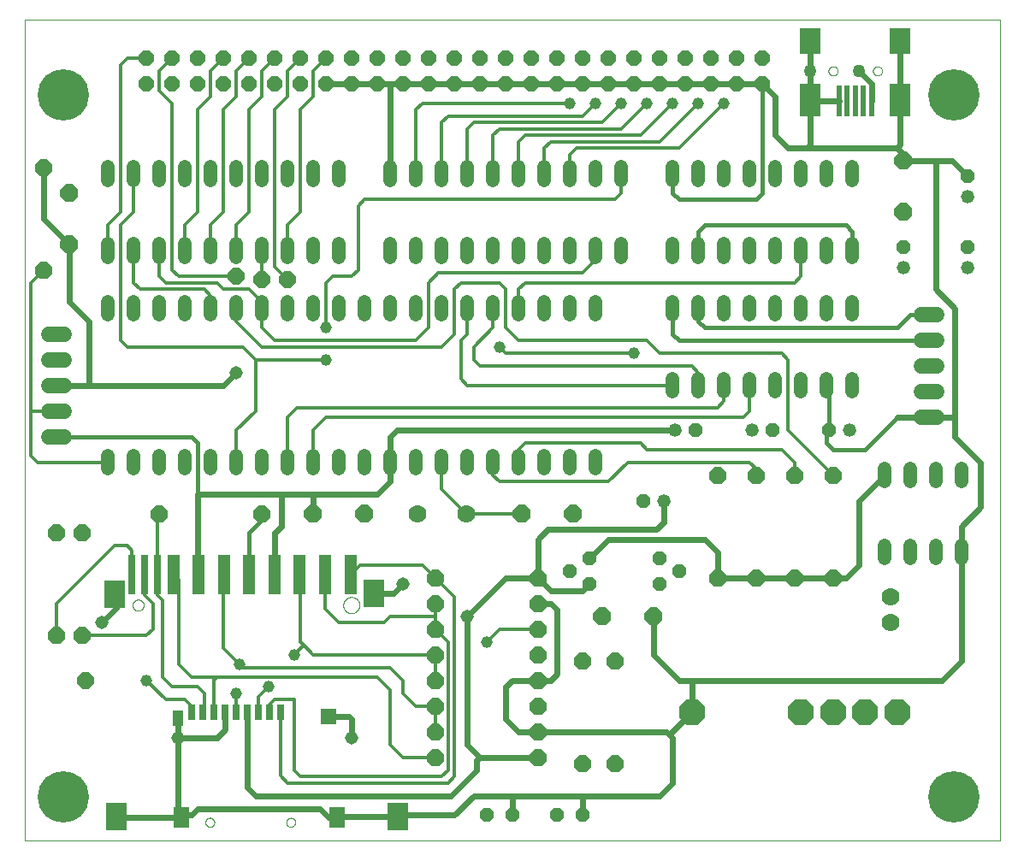
<source format=gtl>
G04 EAGLE Gerber RS-274X export*
G75*
%MOMM*%
%FSLAX34Y34*%
%LPD*%
%INTop Copper*%
%IPPOS*%
%AMOC8*
5,1,8,0,0,1.08239X$1,22.5*%
G01*
%ADD10C,0.000000*%
%ADD11P,1.649562X8X202.500000*%
%ADD12C,1.320800*%
%ADD13C,1.778000*%
%ADD14P,2.749271X8X292.500000*%
%ADD15P,1.814519X8X292.500000*%
%ADD16R,2.000000X2.800000*%
%ADD17R,0.700000X4.000000*%
%ADD18R,1.200000X4.000000*%
%ADD19P,1.814519X8X112.500000*%
%ADD20P,1.814519X8X202.500000*%
%ADD21P,1.814519X8X22.500000*%
%ADD22P,1.429621X8X292.500000*%
%ADD23P,1.429621X8X112.500000*%
%ADD24C,1.320800*%
%ADD25P,1.429621X8X22.500000*%
%ADD26P,1.429621X8X202.500000*%
%ADD27C,1.524000*%
%ADD28P,1.924489X8X112.500000*%
%ADD29P,1.924489X8X22.500000*%
%ADD30P,1.924489X8X202.500000*%
%ADD31P,1.787026X8X22.500000*%
%ADD32R,2.000000X2.500000*%
%ADD33R,2.000000X3.300000*%
%ADD34R,0.500000X3.100000*%
%ADD35R,0.762000X1.524000*%
%ADD36R,1.016000X1.524000*%
%ADD37R,1.524000X2.032000*%
%ADD38R,1.524000X1.524000*%
%ADD39C,0.609600*%
%ADD40C,0.406400*%
%ADD41C,1.308000*%
%ADD42C,1.270000*%
%ADD43C,0.304800*%
%ADD44C,1.168400*%
%ADD45C,5.080000*%


D10*
X0Y0D02*
X965200Y0D01*
X965200Y812480D01*
X0Y812480D01*
X0Y0D01*
D11*
X730250Y774700D03*
X730250Y749300D03*
X704850Y774700D03*
X704850Y749300D03*
X679450Y774700D03*
X679450Y749300D03*
X654050Y774700D03*
X654050Y749300D03*
X628650Y774700D03*
X628650Y749300D03*
X603250Y774700D03*
X603250Y749300D03*
X577850Y774700D03*
X577850Y749300D03*
X552450Y774700D03*
X552450Y749300D03*
X527050Y774700D03*
X527050Y749300D03*
X501650Y774700D03*
X501650Y749300D03*
X476250Y774700D03*
X476250Y749300D03*
X450850Y774700D03*
X450850Y749300D03*
X425450Y774700D03*
X425450Y749300D03*
X400050Y774700D03*
X400050Y749300D03*
X374650Y774700D03*
X374650Y749300D03*
X349250Y774700D03*
X349250Y749300D03*
X323850Y774700D03*
X323850Y749300D03*
X298450Y774700D03*
X298450Y749300D03*
X273050Y774700D03*
X273050Y749300D03*
X247650Y774700D03*
X247650Y749300D03*
X222250Y749300D03*
X222250Y774700D03*
X196850Y774700D03*
X171450Y774700D03*
X146050Y774700D03*
X146050Y749300D03*
X171450Y749300D03*
X196850Y749300D03*
X120650Y749300D03*
X120650Y774700D03*
D12*
X311150Y667004D02*
X311150Y653796D01*
X285750Y653796D02*
X285750Y667004D01*
X260350Y667004D02*
X260350Y653796D01*
X234950Y653796D02*
X234950Y667004D01*
X209550Y667004D02*
X209550Y653796D01*
X184150Y653796D02*
X184150Y667004D01*
X158750Y667004D02*
X158750Y653796D01*
X133350Y653796D02*
X133350Y667004D01*
X107950Y667004D02*
X107950Y653796D01*
X82550Y653796D02*
X82550Y667004D01*
X82550Y590804D02*
X82550Y577596D01*
X107950Y577596D02*
X107950Y590804D01*
X133350Y590804D02*
X133350Y577596D01*
X158750Y577596D02*
X158750Y590804D01*
X184150Y590804D02*
X184150Y577596D01*
X209550Y577596D02*
X209550Y590804D01*
X234950Y590804D02*
X234950Y577596D01*
X260350Y577596D02*
X260350Y590804D01*
X285750Y590804D02*
X285750Y577596D01*
X311150Y577596D02*
X311150Y590804D01*
X590550Y653796D02*
X590550Y667004D01*
X565150Y667004D02*
X565150Y653796D01*
X438150Y653796D02*
X438150Y667004D01*
X412750Y667004D02*
X412750Y653796D01*
X539750Y653796D02*
X539750Y667004D01*
X514350Y667004D02*
X514350Y653796D01*
X463550Y653796D02*
X463550Y667004D01*
X488950Y667004D02*
X488950Y653796D01*
X387350Y653796D02*
X387350Y667004D01*
X361950Y667004D02*
X361950Y653796D01*
X361950Y590804D02*
X361950Y577596D01*
X387350Y577596D02*
X387350Y590804D01*
X412750Y590804D02*
X412750Y577596D01*
X438150Y577596D02*
X438150Y590804D01*
X463550Y590804D02*
X463550Y577596D01*
X488950Y577596D02*
X488950Y590804D01*
X514350Y590804D02*
X514350Y577596D01*
X539750Y577596D02*
X539750Y590804D01*
X565150Y590804D02*
X565150Y577596D01*
X590550Y577596D02*
X590550Y590804D01*
X819150Y653796D02*
X819150Y667004D01*
X793750Y667004D02*
X793750Y653796D01*
X666750Y653796D02*
X666750Y667004D01*
X641350Y667004D02*
X641350Y653796D01*
X768350Y653796D02*
X768350Y667004D01*
X742950Y667004D02*
X742950Y653796D01*
X692150Y653796D02*
X692150Y667004D01*
X717550Y667004D02*
X717550Y653796D01*
X641350Y590804D02*
X641350Y577596D01*
X666750Y577596D02*
X666750Y590804D01*
X692150Y590804D02*
X692150Y577596D01*
X717550Y577596D02*
X717550Y590804D01*
X742950Y590804D02*
X742950Y577596D01*
X768350Y577596D02*
X768350Y590804D01*
X793750Y590804D02*
X793750Y577596D01*
X819150Y577596D02*
X819150Y590804D01*
X850900Y292354D02*
X850900Y279146D01*
X876300Y279146D02*
X876300Y292354D01*
X876300Y355346D02*
X876300Y368554D01*
X850900Y368554D02*
X850900Y355346D01*
X901700Y292354D02*
X901700Y279146D01*
X927100Y279146D02*
X927100Y292354D01*
X901700Y355346D02*
X901700Y368554D01*
X927100Y368554D02*
X927100Y355346D01*
D13*
X857250Y215900D03*
X857250Y241300D03*
D14*
X863600Y127000D03*
X660400Y127000D03*
X831850Y127000D03*
X800100Y127000D03*
X768350Y127000D03*
D15*
X762000Y361950D03*
X762000Y260350D03*
X723900Y361950D03*
X723900Y260350D03*
X800100Y361950D03*
X800100Y260350D03*
D16*
X90600Y23300D03*
X369600Y23300D03*
X89600Y244000D03*
D17*
X106600Y263000D03*
X131600Y263000D03*
D18*
X147600Y263000D03*
X172600Y263000D03*
X197600Y263000D03*
X272600Y263000D03*
X222600Y263000D03*
X297600Y263000D03*
X247600Y263000D03*
X322600Y263000D03*
D17*
X118600Y263000D03*
D16*
X345600Y245000D03*
D10*
X107100Y233000D02*
X107102Y233148D01*
X107108Y233296D01*
X107118Y233444D01*
X107132Y233592D01*
X107150Y233739D01*
X107172Y233886D01*
X107198Y234032D01*
X107227Y234177D01*
X107261Y234322D01*
X107299Y234465D01*
X107340Y234608D01*
X107385Y234749D01*
X107435Y234889D01*
X107487Y235027D01*
X107544Y235165D01*
X107604Y235300D01*
X107668Y235434D01*
X107735Y235566D01*
X107806Y235696D01*
X107881Y235825D01*
X107959Y235951D01*
X108040Y236075D01*
X108124Y236197D01*
X108212Y236316D01*
X108303Y236433D01*
X108397Y236548D01*
X108495Y236660D01*
X108595Y236769D01*
X108698Y236876D01*
X108804Y236980D01*
X108912Y237081D01*
X109024Y237179D01*
X109138Y237274D01*
X109254Y237365D01*
X109373Y237454D01*
X109494Y237539D01*
X109618Y237621D01*
X109744Y237700D01*
X109871Y237775D01*
X110001Y237847D01*
X110133Y237916D01*
X110266Y237980D01*
X110401Y238041D01*
X110538Y238099D01*
X110676Y238153D01*
X110816Y238203D01*
X110957Y238249D01*
X111099Y238291D01*
X111242Y238330D01*
X111386Y238364D01*
X111532Y238395D01*
X111677Y238422D01*
X111824Y238445D01*
X111971Y238464D01*
X112119Y238479D01*
X112266Y238490D01*
X112415Y238497D01*
X112563Y238500D01*
X112711Y238499D01*
X112859Y238494D01*
X113007Y238485D01*
X113155Y238472D01*
X113303Y238455D01*
X113449Y238434D01*
X113596Y238409D01*
X113741Y238380D01*
X113886Y238348D01*
X114029Y238311D01*
X114172Y238271D01*
X114314Y238226D01*
X114454Y238178D01*
X114593Y238126D01*
X114730Y238071D01*
X114866Y238011D01*
X115001Y237948D01*
X115133Y237882D01*
X115264Y237812D01*
X115393Y237738D01*
X115519Y237661D01*
X115644Y237581D01*
X115766Y237497D01*
X115887Y237410D01*
X116004Y237320D01*
X116120Y237226D01*
X116232Y237130D01*
X116342Y237031D01*
X116450Y236928D01*
X116554Y236823D01*
X116656Y236715D01*
X116754Y236604D01*
X116850Y236491D01*
X116943Y236375D01*
X117032Y236257D01*
X117118Y236136D01*
X117201Y236013D01*
X117281Y235888D01*
X117357Y235761D01*
X117430Y235631D01*
X117499Y235500D01*
X117564Y235367D01*
X117627Y235233D01*
X117685Y235096D01*
X117740Y234958D01*
X117790Y234819D01*
X117838Y234678D01*
X117881Y234537D01*
X117921Y234394D01*
X117956Y234250D01*
X117988Y234105D01*
X118016Y233959D01*
X118040Y233813D01*
X118060Y233666D01*
X118076Y233518D01*
X118088Y233371D01*
X118096Y233222D01*
X118100Y233074D01*
X118100Y232926D01*
X118096Y232778D01*
X118088Y232629D01*
X118076Y232482D01*
X118060Y232334D01*
X118040Y232187D01*
X118016Y232041D01*
X117988Y231895D01*
X117956Y231750D01*
X117921Y231606D01*
X117881Y231463D01*
X117838Y231322D01*
X117790Y231181D01*
X117740Y231042D01*
X117685Y230904D01*
X117627Y230767D01*
X117564Y230633D01*
X117499Y230500D01*
X117430Y230369D01*
X117357Y230239D01*
X117281Y230112D01*
X117201Y229987D01*
X117118Y229864D01*
X117032Y229743D01*
X116943Y229625D01*
X116850Y229509D01*
X116754Y229396D01*
X116656Y229285D01*
X116554Y229177D01*
X116450Y229072D01*
X116342Y228969D01*
X116232Y228870D01*
X116120Y228774D01*
X116004Y228680D01*
X115887Y228590D01*
X115766Y228503D01*
X115644Y228419D01*
X115519Y228339D01*
X115393Y228262D01*
X115264Y228188D01*
X115133Y228118D01*
X115001Y228052D01*
X114866Y227989D01*
X114730Y227929D01*
X114593Y227874D01*
X114454Y227822D01*
X114314Y227774D01*
X114172Y227729D01*
X114029Y227689D01*
X113886Y227652D01*
X113741Y227620D01*
X113596Y227591D01*
X113449Y227566D01*
X113303Y227545D01*
X113155Y227528D01*
X113007Y227515D01*
X112859Y227506D01*
X112711Y227501D01*
X112563Y227500D01*
X112415Y227503D01*
X112266Y227510D01*
X112119Y227521D01*
X111971Y227536D01*
X111824Y227555D01*
X111677Y227578D01*
X111532Y227605D01*
X111386Y227636D01*
X111242Y227670D01*
X111099Y227709D01*
X110957Y227751D01*
X110816Y227797D01*
X110676Y227847D01*
X110538Y227901D01*
X110401Y227959D01*
X110266Y228020D01*
X110133Y228084D01*
X110001Y228153D01*
X109871Y228225D01*
X109744Y228300D01*
X109618Y228379D01*
X109494Y228461D01*
X109373Y228546D01*
X109254Y228635D01*
X109138Y228726D01*
X109024Y228821D01*
X108912Y228919D01*
X108804Y229020D01*
X108698Y229124D01*
X108595Y229231D01*
X108495Y229340D01*
X108397Y229452D01*
X108303Y229567D01*
X108212Y229684D01*
X108124Y229803D01*
X108040Y229925D01*
X107959Y230049D01*
X107881Y230175D01*
X107806Y230304D01*
X107735Y230434D01*
X107668Y230566D01*
X107604Y230700D01*
X107544Y230835D01*
X107487Y230973D01*
X107435Y231111D01*
X107385Y231251D01*
X107340Y231392D01*
X107299Y231535D01*
X107261Y231678D01*
X107227Y231823D01*
X107198Y231968D01*
X107172Y232114D01*
X107150Y232261D01*
X107132Y232408D01*
X107118Y232556D01*
X107108Y232704D01*
X107102Y232852D01*
X107100Y233000D01*
X315600Y233000D02*
X315602Y233196D01*
X315610Y233393D01*
X315622Y233589D01*
X315639Y233784D01*
X315660Y233979D01*
X315687Y234174D01*
X315718Y234368D01*
X315754Y234561D01*
X315794Y234753D01*
X315840Y234944D01*
X315890Y235134D01*
X315944Y235322D01*
X316004Y235509D01*
X316068Y235695D01*
X316136Y235879D01*
X316209Y236061D01*
X316286Y236242D01*
X316368Y236420D01*
X316454Y236597D01*
X316545Y236771D01*
X316639Y236943D01*
X316738Y237113D01*
X316841Y237280D01*
X316948Y237445D01*
X317059Y237606D01*
X317174Y237766D01*
X317293Y237922D01*
X317416Y238075D01*
X317542Y238225D01*
X317672Y238372D01*
X317806Y238516D01*
X317943Y238657D01*
X318084Y238794D01*
X318228Y238928D01*
X318375Y239058D01*
X318525Y239184D01*
X318678Y239307D01*
X318834Y239426D01*
X318994Y239541D01*
X319155Y239652D01*
X319320Y239759D01*
X319487Y239862D01*
X319657Y239961D01*
X319829Y240055D01*
X320003Y240146D01*
X320180Y240232D01*
X320358Y240314D01*
X320539Y240391D01*
X320721Y240464D01*
X320905Y240532D01*
X321091Y240596D01*
X321278Y240656D01*
X321466Y240710D01*
X321656Y240760D01*
X321847Y240806D01*
X322039Y240846D01*
X322232Y240882D01*
X322426Y240913D01*
X322621Y240940D01*
X322816Y240961D01*
X323011Y240978D01*
X323207Y240990D01*
X323404Y240998D01*
X323600Y241000D01*
X323796Y240998D01*
X323993Y240990D01*
X324189Y240978D01*
X324384Y240961D01*
X324579Y240940D01*
X324774Y240913D01*
X324968Y240882D01*
X325161Y240846D01*
X325353Y240806D01*
X325544Y240760D01*
X325734Y240710D01*
X325922Y240656D01*
X326109Y240596D01*
X326295Y240532D01*
X326479Y240464D01*
X326661Y240391D01*
X326842Y240314D01*
X327020Y240232D01*
X327197Y240146D01*
X327371Y240055D01*
X327543Y239961D01*
X327713Y239862D01*
X327880Y239759D01*
X328045Y239652D01*
X328206Y239541D01*
X328366Y239426D01*
X328522Y239307D01*
X328675Y239184D01*
X328825Y239058D01*
X328972Y238928D01*
X329116Y238794D01*
X329257Y238657D01*
X329394Y238516D01*
X329528Y238372D01*
X329658Y238225D01*
X329784Y238075D01*
X329907Y237922D01*
X330026Y237766D01*
X330141Y237606D01*
X330252Y237445D01*
X330359Y237280D01*
X330462Y237113D01*
X330561Y236943D01*
X330655Y236771D01*
X330746Y236597D01*
X330832Y236420D01*
X330914Y236242D01*
X330991Y236061D01*
X331064Y235879D01*
X331132Y235695D01*
X331196Y235509D01*
X331256Y235322D01*
X331310Y235134D01*
X331360Y234944D01*
X331406Y234753D01*
X331446Y234561D01*
X331482Y234368D01*
X331513Y234174D01*
X331540Y233979D01*
X331561Y233784D01*
X331578Y233589D01*
X331590Y233393D01*
X331598Y233196D01*
X331600Y233000D01*
X331598Y232804D01*
X331590Y232607D01*
X331578Y232411D01*
X331561Y232216D01*
X331540Y232021D01*
X331513Y231826D01*
X331482Y231632D01*
X331446Y231439D01*
X331406Y231247D01*
X331360Y231056D01*
X331310Y230866D01*
X331256Y230678D01*
X331196Y230491D01*
X331132Y230305D01*
X331064Y230121D01*
X330991Y229939D01*
X330914Y229758D01*
X330832Y229580D01*
X330746Y229403D01*
X330655Y229229D01*
X330561Y229057D01*
X330462Y228887D01*
X330359Y228720D01*
X330252Y228555D01*
X330141Y228394D01*
X330026Y228234D01*
X329907Y228078D01*
X329784Y227925D01*
X329658Y227775D01*
X329528Y227628D01*
X329394Y227484D01*
X329257Y227343D01*
X329116Y227206D01*
X328972Y227072D01*
X328825Y226942D01*
X328675Y226816D01*
X328522Y226693D01*
X328366Y226574D01*
X328206Y226459D01*
X328045Y226348D01*
X327880Y226241D01*
X327713Y226138D01*
X327543Y226039D01*
X327371Y225945D01*
X327197Y225854D01*
X327020Y225768D01*
X326842Y225686D01*
X326661Y225609D01*
X326479Y225536D01*
X326295Y225468D01*
X326109Y225404D01*
X325922Y225344D01*
X325734Y225290D01*
X325544Y225240D01*
X325353Y225194D01*
X325161Y225154D01*
X324968Y225118D01*
X324774Y225087D01*
X324579Y225060D01*
X324384Y225039D01*
X324189Y225022D01*
X323993Y225010D01*
X323796Y225002D01*
X323600Y225000D01*
X323404Y225002D01*
X323207Y225010D01*
X323011Y225022D01*
X322816Y225039D01*
X322621Y225060D01*
X322426Y225087D01*
X322232Y225118D01*
X322039Y225154D01*
X321847Y225194D01*
X321656Y225240D01*
X321466Y225290D01*
X321278Y225344D01*
X321091Y225404D01*
X320905Y225468D01*
X320721Y225536D01*
X320539Y225609D01*
X320358Y225686D01*
X320180Y225768D01*
X320003Y225854D01*
X319829Y225945D01*
X319657Y226039D01*
X319487Y226138D01*
X319320Y226241D01*
X319155Y226348D01*
X318994Y226459D01*
X318834Y226574D01*
X318678Y226693D01*
X318525Y226816D01*
X318375Y226942D01*
X318228Y227072D01*
X318084Y227206D01*
X317943Y227343D01*
X317806Y227484D01*
X317672Y227628D01*
X317542Y227775D01*
X317416Y227925D01*
X317293Y228078D01*
X317174Y228234D01*
X317059Y228394D01*
X316948Y228555D01*
X316841Y228720D01*
X316738Y228887D01*
X316639Y229057D01*
X316545Y229229D01*
X316454Y229403D01*
X316368Y229580D01*
X316286Y229758D01*
X316209Y229939D01*
X316136Y230121D01*
X316068Y230305D01*
X316004Y230491D01*
X315944Y230678D01*
X315890Y230866D01*
X315840Y231056D01*
X315794Y231247D01*
X315754Y231439D01*
X315718Y231632D01*
X315687Y231826D01*
X315660Y232021D01*
X315639Y232216D01*
X315622Y232411D01*
X315610Y232607D01*
X315602Y232804D01*
X315600Y233000D01*
D19*
X31750Y203200D03*
X31750Y304800D03*
X57150Y203200D03*
X57150Y304800D03*
D20*
X508000Y234950D03*
X406400Y234950D03*
X508000Y107950D03*
X406400Y107950D03*
X508000Y158750D03*
X406400Y158750D03*
D21*
X406400Y82550D03*
X508000Y82550D03*
X133350Y323850D03*
X234950Y323850D03*
X406400Y260350D03*
X508000Y260350D03*
X406400Y184150D03*
X508000Y184150D03*
X406400Y133350D03*
X508000Y133350D03*
X406400Y209550D03*
X508000Y209550D03*
D22*
X628650Y279400D03*
X647700Y266700D03*
X628650Y254000D03*
D15*
X685800Y361950D03*
X685800Y260350D03*
D12*
X819150Y520446D02*
X819150Y533654D01*
X793750Y533654D02*
X793750Y520446D01*
X768350Y520446D02*
X768350Y533654D01*
X742950Y533654D02*
X742950Y520446D01*
X717550Y520446D02*
X717550Y533654D01*
X692150Y533654D02*
X692150Y520446D01*
X666750Y520446D02*
X666750Y533654D01*
X641350Y533654D02*
X641350Y520446D01*
X641350Y457454D02*
X641350Y444246D01*
X666750Y444246D02*
X666750Y457454D01*
X692150Y457454D02*
X692150Y444246D01*
X717550Y444246D02*
X717550Y457454D01*
X742950Y457454D02*
X742950Y444246D01*
X768350Y444246D02*
X768350Y457454D01*
X793750Y457454D02*
X793750Y444246D01*
X819150Y444246D02*
X819150Y457454D01*
D23*
X933450Y588010D03*
D24*
X933450Y567690D03*
D23*
X869950Y588010D03*
D24*
X869950Y567690D03*
D25*
X740410Y406400D03*
D24*
X720090Y406400D03*
D25*
X664210Y406400D03*
D24*
X643890Y406400D03*
D26*
X796290Y406400D03*
D24*
X816610Y406400D03*
D27*
X887730Y520700D02*
X902970Y520700D01*
X902970Y495300D02*
X887730Y495300D01*
X887730Y469900D02*
X902970Y469900D01*
X902970Y444500D02*
X887730Y444500D01*
X887730Y419100D02*
X902970Y419100D01*
D25*
X457200Y25400D03*
X482600Y25400D03*
X527050Y25400D03*
X552450Y25400D03*
D19*
X584200Y76200D03*
X584200Y177800D03*
X552450Y76200D03*
X552450Y177800D03*
D28*
X44450Y590550D03*
X44450Y641350D03*
D23*
X933450Y657860D03*
D24*
X933450Y637540D03*
D28*
X869950Y622300D03*
X869950Y673100D03*
D26*
X612140Y336550D03*
D24*
X632460Y336550D03*
D29*
X571500Y222250D03*
X622300Y222250D03*
D12*
X82550Y368046D02*
X82550Y381254D01*
X107950Y381254D02*
X107950Y368046D01*
X133350Y368046D02*
X133350Y381254D01*
X158750Y381254D02*
X158750Y368046D01*
X184150Y368046D02*
X184150Y381254D01*
X209550Y381254D02*
X209550Y368046D01*
X234950Y368046D02*
X234950Y381254D01*
X260350Y381254D02*
X260350Y368046D01*
X285750Y368046D02*
X285750Y381254D01*
X311150Y381254D02*
X311150Y368046D01*
X336550Y368046D02*
X336550Y381254D01*
X361950Y381254D02*
X361950Y368046D01*
X387350Y368046D02*
X387350Y381254D01*
X412750Y381254D02*
X412750Y368046D01*
X438150Y368046D02*
X438150Y381254D01*
X463550Y381254D02*
X463550Y368046D01*
X488950Y368046D02*
X488950Y381254D01*
X514350Y381254D02*
X514350Y368046D01*
X539750Y368046D02*
X539750Y381254D01*
X565150Y381254D02*
X565150Y368046D01*
X565150Y520446D02*
X565150Y533654D01*
X539750Y533654D02*
X539750Y520446D01*
X514350Y520446D02*
X514350Y533654D01*
X488950Y533654D02*
X488950Y520446D01*
X463550Y520446D02*
X463550Y533654D01*
X438150Y533654D02*
X438150Y520446D01*
X412750Y520446D02*
X412750Y533654D01*
X387350Y533654D02*
X387350Y520446D01*
X361950Y520446D02*
X361950Y533654D01*
X336550Y533654D02*
X336550Y520446D01*
X311150Y520446D02*
X311150Y533654D01*
X285750Y533654D02*
X285750Y520446D01*
X260350Y520446D02*
X260350Y533654D01*
X234950Y533654D02*
X234950Y520446D01*
X209550Y520446D02*
X209550Y533654D01*
X184150Y533654D02*
X184150Y520446D01*
X158750Y520446D02*
X158750Y533654D01*
X133350Y533654D02*
X133350Y520446D01*
X107950Y520446D02*
X107950Y533654D01*
X82550Y533654D02*
X82550Y520446D01*
D27*
X39370Y501650D02*
X24130Y501650D01*
X24130Y476250D02*
X39370Y476250D01*
X39370Y450850D02*
X24130Y450850D01*
X24130Y425450D02*
X39370Y425450D01*
X39370Y400050D02*
X24130Y400050D01*
D19*
X19050Y565150D03*
X19050Y666750D03*
D29*
X285750Y323850D03*
X336550Y323850D03*
D30*
X542925Y323850D03*
X492125Y323850D03*
D13*
X388620Y323850D03*
X436880Y323850D03*
D23*
X558800Y254000D03*
X539750Y266700D03*
X558800Y279400D03*
D31*
X209550Y558800D03*
X234950Y555625D03*
X260350Y555625D03*
X60325Y158750D03*
D32*
X777825Y792000D03*
X866825Y792000D03*
D33*
X777825Y733000D03*
X866825Y733000D03*
D34*
X838325Y732000D03*
X830325Y732000D03*
X822325Y732000D03*
X814325Y732000D03*
X806325Y732000D03*
D10*
X839825Y762000D02*
X839827Y762134D01*
X839833Y762268D01*
X839843Y762401D01*
X839857Y762535D01*
X839875Y762668D01*
X839897Y762800D01*
X839922Y762931D01*
X839952Y763062D01*
X839986Y763192D01*
X840023Y763320D01*
X840064Y763448D01*
X840109Y763574D01*
X840158Y763699D01*
X840210Y763822D01*
X840266Y763944D01*
X840326Y764064D01*
X840389Y764182D01*
X840456Y764298D01*
X840526Y764412D01*
X840600Y764524D01*
X840677Y764634D01*
X840757Y764742D01*
X840840Y764847D01*
X840926Y764949D01*
X841015Y765049D01*
X841108Y765146D01*
X841203Y765241D01*
X841301Y765332D01*
X841401Y765421D01*
X841504Y765506D01*
X841610Y765589D01*
X841718Y765668D01*
X841828Y765744D01*
X841941Y765817D01*
X842056Y765886D01*
X842172Y765952D01*
X842291Y766014D01*
X842411Y766073D01*
X842534Y766128D01*
X842657Y766180D01*
X842782Y766227D01*
X842909Y766271D01*
X843037Y766312D01*
X843166Y766348D01*
X843296Y766381D01*
X843427Y766409D01*
X843558Y766434D01*
X843691Y766455D01*
X843824Y766472D01*
X843957Y766485D01*
X844091Y766494D01*
X844225Y766499D01*
X844359Y766500D01*
X844492Y766497D01*
X844626Y766490D01*
X844760Y766479D01*
X844893Y766464D01*
X845026Y766445D01*
X845158Y766422D01*
X845289Y766396D01*
X845419Y766365D01*
X845549Y766330D01*
X845677Y766292D01*
X845804Y766250D01*
X845930Y766204D01*
X846055Y766154D01*
X846178Y766101D01*
X846299Y766044D01*
X846419Y765983D01*
X846536Y765919D01*
X846652Y765852D01*
X846766Y765781D01*
X846877Y765706D01*
X846986Y765629D01*
X847093Y765548D01*
X847198Y765464D01*
X847299Y765377D01*
X847399Y765287D01*
X847495Y765194D01*
X847589Y765098D01*
X847680Y764999D01*
X847767Y764898D01*
X847852Y764794D01*
X847934Y764688D01*
X848012Y764580D01*
X848087Y764469D01*
X848159Y764356D01*
X848228Y764240D01*
X848293Y764123D01*
X848354Y764004D01*
X848412Y763883D01*
X848466Y763761D01*
X848517Y763637D01*
X848564Y763511D01*
X848607Y763384D01*
X848646Y763256D01*
X848682Y763127D01*
X848713Y762997D01*
X848741Y762866D01*
X848765Y762734D01*
X848785Y762601D01*
X848801Y762468D01*
X848813Y762335D01*
X848821Y762201D01*
X848825Y762067D01*
X848825Y761933D01*
X848821Y761799D01*
X848813Y761665D01*
X848801Y761532D01*
X848785Y761399D01*
X848765Y761266D01*
X848741Y761134D01*
X848713Y761003D01*
X848682Y760873D01*
X848646Y760744D01*
X848607Y760616D01*
X848564Y760489D01*
X848517Y760363D01*
X848466Y760239D01*
X848412Y760117D01*
X848354Y759996D01*
X848293Y759877D01*
X848228Y759760D01*
X848159Y759644D01*
X848087Y759531D01*
X848012Y759420D01*
X847934Y759312D01*
X847852Y759206D01*
X847767Y759102D01*
X847680Y759001D01*
X847589Y758902D01*
X847495Y758806D01*
X847399Y758713D01*
X847299Y758623D01*
X847198Y758536D01*
X847093Y758452D01*
X846986Y758371D01*
X846877Y758294D01*
X846766Y758219D01*
X846652Y758148D01*
X846536Y758081D01*
X846419Y758017D01*
X846299Y757956D01*
X846178Y757899D01*
X846055Y757846D01*
X845930Y757796D01*
X845804Y757750D01*
X845677Y757708D01*
X845549Y757670D01*
X845419Y757635D01*
X845289Y757604D01*
X845158Y757578D01*
X845026Y757555D01*
X844893Y757536D01*
X844760Y757521D01*
X844626Y757510D01*
X844492Y757503D01*
X844359Y757500D01*
X844225Y757501D01*
X844091Y757506D01*
X843957Y757515D01*
X843824Y757528D01*
X843691Y757545D01*
X843558Y757566D01*
X843427Y757591D01*
X843296Y757619D01*
X843166Y757652D01*
X843037Y757688D01*
X842909Y757729D01*
X842782Y757773D01*
X842657Y757820D01*
X842534Y757872D01*
X842411Y757927D01*
X842291Y757986D01*
X842172Y758048D01*
X842056Y758114D01*
X841941Y758183D01*
X841828Y758256D01*
X841718Y758332D01*
X841610Y758411D01*
X841504Y758494D01*
X841401Y758579D01*
X841301Y758668D01*
X841203Y758759D01*
X841108Y758854D01*
X841015Y758951D01*
X840926Y759051D01*
X840840Y759153D01*
X840757Y759258D01*
X840677Y759366D01*
X840600Y759476D01*
X840526Y759588D01*
X840456Y759702D01*
X840389Y759818D01*
X840326Y759936D01*
X840266Y760056D01*
X840210Y760178D01*
X840158Y760301D01*
X840109Y760426D01*
X840064Y760552D01*
X840023Y760680D01*
X839986Y760808D01*
X839952Y760938D01*
X839922Y761069D01*
X839897Y761200D01*
X839875Y761332D01*
X839857Y761465D01*
X839843Y761599D01*
X839833Y761732D01*
X839827Y761866D01*
X839825Y762000D01*
X795825Y762000D02*
X795827Y762134D01*
X795833Y762268D01*
X795843Y762401D01*
X795857Y762535D01*
X795875Y762668D01*
X795897Y762800D01*
X795922Y762931D01*
X795952Y763062D01*
X795986Y763192D01*
X796023Y763320D01*
X796064Y763448D01*
X796109Y763574D01*
X796158Y763699D01*
X796210Y763822D01*
X796266Y763944D01*
X796326Y764064D01*
X796389Y764182D01*
X796456Y764298D01*
X796526Y764412D01*
X796600Y764524D01*
X796677Y764634D01*
X796757Y764742D01*
X796840Y764847D01*
X796926Y764949D01*
X797015Y765049D01*
X797108Y765146D01*
X797203Y765241D01*
X797301Y765332D01*
X797401Y765421D01*
X797504Y765506D01*
X797610Y765589D01*
X797718Y765668D01*
X797828Y765744D01*
X797941Y765817D01*
X798056Y765886D01*
X798172Y765952D01*
X798291Y766014D01*
X798411Y766073D01*
X798534Y766128D01*
X798657Y766180D01*
X798782Y766227D01*
X798909Y766271D01*
X799037Y766312D01*
X799166Y766348D01*
X799296Y766381D01*
X799427Y766409D01*
X799558Y766434D01*
X799691Y766455D01*
X799824Y766472D01*
X799957Y766485D01*
X800091Y766494D01*
X800225Y766499D01*
X800359Y766500D01*
X800492Y766497D01*
X800626Y766490D01*
X800760Y766479D01*
X800893Y766464D01*
X801026Y766445D01*
X801158Y766422D01*
X801289Y766396D01*
X801419Y766365D01*
X801549Y766330D01*
X801677Y766292D01*
X801804Y766250D01*
X801930Y766204D01*
X802055Y766154D01*
X802178Y766101D01*
X802299Y766044D01*
X802419Y765983D01*
X802536Y765919D01*
X802652Y765852D01*
X802766Y765781D01*
X802877Y765706D01*
X802986Y765629D01*
X803093Y765548D01*
X803198Y765464D01*
X803299Y765377D01*
X803399Y765287D01*
X803495Y765194D01*
X803589Y765098D01*
X803680Y764999D01*
X803767Y764898D01*
X803852Y764794D01*
X803934Y764688D01*
X804012Y764580D01*
X804087Y764469D01*
X804159Y764356D01*
X804228Y764240D01*
X804293Y764123D01*
X804354Y764004D01*
X804412Y763883D01*
X804466Y763761D01*
X804517Y763637D01*
X804564Y763511D01*
X804607Y763384D01*
X804646Y763256D01*
X804682Y763127D01*
X804713Y762997D01*
X804741Y762866D01*
X804765Y762734D01*
X804785Y762601D01*
X804801Y762468D01*
X804813Y762335D01*
X804821Y762201D01*
X804825Y762067D01*
X804825Y761933D01*
X804821Y761799D01*
X804813Y761665D01*
X804801Y761532D01*
X804785Y761399D01*
X804765Y761266D01*
X804741Y761134D01*
X804713Y761003D01*
X804682Y760873D01*
X804646Y760744D01*
X804607Y760616D01*
X804564Y760489D01*
X804517Y760363D01*
X804466Y760239D01*
X804412Y760117D01*
X804354Y759996D01*
X804293Y759877D01*
X804228Y759760D01*
X804159Y759644D01*
X804087Y759531D01*
X804012Y759420D01*
X803934Y759312D01*
X803852Y759206D01*
X803767Y759102D01*
X803680Y759001D01*
X803589Y758902D01*
X803495Y758806D01*
X803399Y758713D01*
X803299Y758623D01*
X803198Y758536D01*
X803093Y758452D01*
X802986Y758371D01*
X802877Y758294D01*
X802766Y758219D01*
X802652Y758148D01*
X802536Y758081D01*
X802419Y758017D01*
X802299Y757956D01*
X802178Y757899D01*
X802055Y757846D01*
X801930Y757796D01*
X801804Y757750D01*
X801677Y757708D01*
X801549Y757670D01*
X801419Y757635D01*
X801289Y757604D01*
X801158Y757578D01*
X801026Y757555D01*
X800893Y757536D01*
X800760Y757521D01*
X800626Y757510D01*
X800492Y757503D01*
X800359Y757500D01*
X800225Y757501D01*
X800091Y757506D01*
X799957Y757515D01*
X799824Y757528D01*
X799691Y757545D01*
X799558Y757566D01*
X799427Y757591D01*
X799296Y757619D01*
X799166Y757652D01*
X799037Y757688D01*
X798909Y757729D01*
X798782Y757773D01*
X798657Y757820D01*
X798534Y757872D01*
X798411Y757927D01*
X798291Y757986D01*
X798172Y758048D01*
X798056Y758114D01*
X797941Y758183D01*
X797828Y758256D01*
X797718Y758332D01*
X797610Y758411D01*
X797504Y758494D01*
X797401Y758579D01*
X797301Y758668D01*
X797203Y758759D01*
X797108Y758854D01*
X797015Y758951D01*
X796926Y759051D01*
X796840Y759153D01*
X796757Y759258D01*
X796677Y759366D01*
X796600Y759476D01*
X796526Y759588D01*
X796456Y759702D01*
X796389Y759818D01*
X796326Y759936D01*
X796266Y760056D01*
X796210Y760178D01*
X796158Y760301D01*
X796109Y760426D01*
X796064Y760552D01*
X796023Y760680D01*
X795986Y760808D01*
X795952Y760938D01*
X795922Y761069D01*
X795897Y761200D01*
X795875Y761332D01*
X795857Y761465D01*
X795843Y761599D01*
X795833Y761732D01*
X795827Y761866D01*
X795825Y762000D01*
D35*
X253550Y127000D03*
X242550Y127000D03*
X231550Y127000D03*
X220550Y127000D03*
X209550Y127000D03*
X198550Y127000D03*
X187550Y127000D03*
X176550Y127000D03*
X165550Y127000D03*
D36*
X152090Y121000D03*
D37*
X155550Y23270D03*
D38*
X301360Y123080D03*
D37*
X309550Y23270D03*
D10*
X179105Y18000D02*
X179107Y18133D01*
X179113Y18266D01*
X179123Y18398D01*
X179137Y18531D01*
X179155Y18662D01*
X179176Y18794D01*
X179202Y18924D01*
X179232Y19054D01*
X179265Y19183D01*
X179302Y19310D01*
X179344Y19437D01*
X179388Y19562D01*
X179437Y19686D01*
X179489Y19808D01*
X179545Y19929D01*
X179605Y20048D01*
X179668Y20165D01*
X179734Y20280D01*
X179804Y20393D01*
X179877Y20504D01*
X179954Y20613D01*
X180034Y20719D01*
X180117Y20823D01*
X180203Y20925D01*
X180292Y21023D01*
X180383Y21119D01*
X180478Y21213D01*
X180576Y21303D01*
X180676Y21391D01*
X180779Y21475D01*
X180884Y21557D01*
X180991Y21635D01*
X181101Y21710D01*
X181213Y21781D01*
X181328Y21849D01*
X181444Y21914D01*
X181562Y21976D01*
X181682Y22033D01*
X181803Y22087D01*
X181926Y22138D01*
X182051Y22184D01*
X182176Y22227D01*
X182304Y22267D01*
X182432Y22302D01*
X182561Y22334D01*
X182691Y22361D01*
X182822Y22385D01*
X182953Y22405D01*
X183085Y22421D01*
X183218Y22433D01*
X183351Y22441D01*
X183484Y22445D01*
X183616Y22445D01*
X183749Y22441D01*
X183882Y22433D01*
X184015Y22421D01*
X184147Y22405D01*
X184278Y22385D01*
X184409Y22361D01*
X184539Y22334D01*
X184668Y22302D01*
X184796Y22267D01*
X184924Y22227D01*
X185049Y22184D01*
X185174Y22138D01*
X185297Y22087D01*
X185418Y22033D01*
X185538Y21976D01*
X185656Y21914D01*
X185773Y21849D01*
X185887Y21781D01*
X185999Y21710D01*
X186109Y21635D01*
X186216Y21557D01*
X186321Y21475D01*
X186424Y21391D01*
X186524Y21303D01*
X186622Y21213D01*
X186717Y21119D01*
X186808Y21023D01*
X186897Y20925D01*
X186983Y20823D01*
X187066Y20719D01*
X187146Y20613D01*
X187223Y20504D01*
X187296Y20393D01*
X187366Y20280D01*
X187432Y20165D01*
X187495Y20048D01*
X187555Y19929D01*
X187611Y19808D01*
X187663Y19686D01*
X187712Y19562D01*
X187756Y19437D01*
X187798Y19310D01*
X187835Y19183D01*
X187868Y19054D01*
X187898Y18924D01*
X187924Y18794D01*
X187945Y18662D01*
X187963Y18531D01*
X187977Y18398D01*
X187987Y18266D01*
X187993Y18133D01*
X187995Y18000D01*
X187993Y17867D01*
X187987Y17734D01*
X187977Y17602D01*
X187963Y17469D01*
X187945Y17338D01*
X187924Y17206D01*
X187898Y17076D01*
X187868Y16946D01*
X187835Y16817D01*
X187798Y16690D01*
X187756Y16563D01*
X187712Y16438D01*
X187663Y16314D01*
X187611Y16192D01*
X187555Y16071D01*
X187495Y15952D01*
X187432Y15835D01*
X187366Y15720D01*
X187296Y15607D01*
X187223Y15496D01*
X187146Y15387D01*
X187066Y15281D01*
X186983Y15177D01*
X186897Y15075D01*
X186808Y14977D01*
X186717Y14881D01*
X186622Y14787D01*
X186524Y14697D01*
X186424Y14609D01*
X186321Y14525D01*
X186216Y14443D01*
X186109Y14365D01*
X185999Y14290D01*
X185887Y14219D01*
X185772Y14151D01*
X185656Y14086D01*
X185538Y14024D01*
X185418Y13967D01*
X185297Y13913D01*
X185174Y13862D01*
X185049Y13816D01*
X184924Y13773D01*
X184796Y13733D01*
X184668Y13698D01*
X184539Y13666D01*
X184409Y13639D01*
X184278Y13615D01*
X184147Y13595D01*
X184015Y13579D01*
X183882Y13567D01*
X183749Y13559D01*
X183616Y13555D01*
X183484Y13555D01*
X183351Y13559D01*
X183218Y13567D01*
X183085Y13579D01*
X182953Y13595D01*
X182822Y13615D01*
X182691Y13639D01*
X182561Y13666D01*
X182432Y13698D01*
X182304Y13733D01*
X182176Y13773D01*
X182051Y13816D01*
X181926Y13862D01*
X181803Y13913D01*
X181682Y13967D01*
X181562Y14024D01*
X181444Y14086D01*
X181327Y14151D01*
X181213Y14219D01*
X181101Y14290D01*
X180991Y14365D01*
X180884Y14443D01*
X180779Y14525D01*
X180676Y14609D01*
X180576Y14697D01*
X180478Y14787D01*
X180383Y14881D01*
X180292Y14977D01*
X180203Y15075D01*
X180117Y15177D01*
X180034Y15281D01*
X179954Y15387D01*
X179877Y15496D01*
X179804Y15607D01*
X179734Y15720D01*
X179668Y15835D01*
X179605Y15952D01*
X179545Y16071D01*
X179489Y16192D01*
X179437Y16314D01*
X179388Y16438D01*
X179344Y16563D01*
X179302Y16690D01*
X179265Y16817D01*
X179232Y16946D01*
X179202Y17076D01*
X179176Y17206D01*
X179155Y17338D01*
X179137Y17469D01*
X179123Y17602D01*
X179113Y17734D01*
X179107Y17867D01*
X179105Y18000D01*
X259105Y18000D02*
X259107Y18133D01*
X259113Y18266D01*
X259123Y18398D01*
X259137Y18531D01*
X259155Y18662D01*
X259176Y18794D01*
X259202Y18924D01*
X259232Y19054D01*
X259265Y19183D01*
X259302Y19310D01*
X259344Y19437D01*
X259388Y19562D01*
X259437Y19686D01*
X259489Y19808D01*
X259545Y19929D01*
X259605Y20048D01*
X259668Y20165D01*
X259734Y20280D01*
X259804Y20393D01*
X259877Y20504D01*
X259954Y20613D01*
X260034Y20719D01*
X260117Y20823D01*
X260203Y20925D01*
X260292Y21023D01*
X260383Y21119D01*
X260478Y21213D01*
X260576Y21303D01*
X260676Y21391D01*
X260779Y21475D01*
X260884Y21557D01*
X260991Y21635D01*
X261101Y21710D01*
X261213Y21781D01*
X261328Y21849D01*
X261444Y21914D01*
X261562Y21976D01*
X261682Y22033D01*
X261803Y22087D01*
X261926Y22138D01*
X262051Y22184D01*
X262176Y22227D01*
X262304Y22267D01*
X262432Y22302D01*
X262561Y22334D01*
X262691Y22361D01*
X262822Y22385D01*
X262953Y22405D01*
X263085Y22421D01*
X263218Y22433D01*
X263351Y22441D01*
X263484Y22445D01*
X263616Y22445D01*
X263749Y22441D01*
X263882Y22433D01*
X264015Y22421D01*
X264147Y22405D01*
X264278Y22385D01*
X264409Y22361D01*
X264539Y22334D01*
X264668Y22302D01*
X264796Y22267D01*
X264924Y22227D01*
X265049Y22184D01*
X265174Y22138D01*
X265297Y22087D01*
X265418Y22033D01*
X265538Y21976D01*
X265656Y21914D01*
X265773Y21849D01*
X265887Y21781D01*
X265999Y21710D01*
X266109Y21635D01*
X266216Y21557D01*
X266321Y21475D01*
X266424Y21391D01*
X266524Y21303D01*
X266622Y21213D01*
X266717Y21119D01*
X266808Y21023D01*
X266897Y20925D01*
X266983Y20823D01*
X267066Y20719D01*
X267146Y20613D01*
X267223Y20504D01*
X267296Y20393D01*
X267366Y20280D01*
X267432Y20165D01*
X267495Y20048D01*
X267555Y19929D01*
X267611Y19808D01*
X267663Y19686D01*
X267712Y19562D01*
X267756Y19437D01*
X267798Y19310D01*
X267835Y19183D01*
X267868Y19054D01*
X267898Y18924D01*
X267924Y18794D01*
X267945Y18662D01*
X267963Y18531D01*
X267977Y18398D01*
X267987Y18266D01*
X267993Y18133D01*
X267995Y18000D01*
X267993Y17867D01*
X267987Y17734D01*
X267977Y17602D01*
X267963Y17469D01*
X267945Y17338D01*
X267924Y17206D01*
X267898Y17076D01*
X267868Y16946D01*
X267835Y16817D01*
X267798Y16690D01*
X267756Y16563D01*
X267712Y16438D01*
X267663Y16314D01*
X267611Y16192D01*
X267555Y16071D01*
X267495Y15952D01*
X267432Y15835D01*
X267366Y15720D01*
X267296Y15607D01*
X267223Y15496D01*
X267146Y15387D01*
X267066Y15281D01*
X266983Y15177D01*
X266897Y15075D01*
X266808Y14977D01*
X266717Y14881D01*
X266622Y14787D01*
X266524Y14697D01*
X266424Y14609D01*
X266321Y14525D01*
X266216Y14443D01*
X266109Y14365D01*
X265999Y14290D01*
X265887Y14219D01*
X265772Y14151D01*
X265656Y14086D01*
X265538Y14024D01*
X265418Y13967D01*
X265297Y13913D01*
X265174Y13862D01*
X265049Y13816D01*
X264924Y13773D01*
X264796Y13733D01*
X264668Y13698D01*
X264539Y13666D01*
X264409Y13639D01*
X264278Y13615D01*
X264147Y13595D01*
X264015Y13579D01*
X263882Y13567D01*
X263749Y13559D01*
X263616Y13555D01*
X263484Y13555D01*
X263351Y13559D01*
X263218Y13567D01*
X263085Y13579D01*
X262953Y13595D01*
X262822Y13615D01*
X262691Y13639D01*
X262561Y13666D01*
X262432Y13698D01*
X262304Y13733D01*
X262176Y13773D01*
X262051Y13816D01*
X261926Y13862D01*
X261803Y13913D01*
X261682Y13967D01*
X261562Y14024D01*
X261444Y14086D01*
X261327Y14151D01*
X261213Y14219D01*
X261101Y14290D01*
X260991Y14365D01*
X260884Y14443D01*
X260779Y14525D01*
X260676Y14609D01*
X260576Y14697D01*
X260478Y14787D01*
X260383Y14881D01*
X260292Y14977D01*
X260203Y15075D01*
X260117Y15177D01*
X260034Y15281D01*
X259954Y15387D01*
X259877Y15496D01*
X259804Y15607D01*
X259734Y15720D01*
X259668Y15835D01*
X259605Y15952D01*
X259545Y16071D01*
X259489Y16192D01*
X259437Y16314D01*
X259388Y16438D01*
X259344Y16563D01*
X259302Y16690D01*
X259265Y16817D01*
X259232Y16946D01*
X259202Y17076D01*
X259176Y17206D01*
X259155Y17338D01*
X259137Y17469D01*
X259123Y17602D01*
X259113Y17734D01*
X259107Y17867D01*
X259105Y18000D01*
D39*
X298450Y749300D02*
X323850Y749300D01*
X349250Y749300D01*
X374650Y749300D01*
X400050Y749300D01*
X425450Y749300D01*
X450850Y749300D01*
X476250Y749300D01*
X501650Y749300D01*
X527050Y749300D01*
X552450Y749300D01*
X577850Y749300D01*
X603250Y749300D01*
X628650Y749300D01*
X654050Y749300D01*
X679450Y749300D01*
X704850Y749300D01*
X730250Y749300D01*
X869950Y673100D02*
X901700Y673100D01*
X918210Y673100D01*
X933450Y657860D01*
X901700Y673100D02*
X901700Y546100D01*
X920750Y527050D01*
X920750Y419100D01*
X920750Y400050D01*
X946150Y374650D01*
X946150Y330200D01*
X927100Y311150D01*
X927100Y285750D01*
X920750Y419100D02*
X895350Y419100D01*
X863600Y419100D01*
D40*
X796290Y448310D02*
X793750Y450850D01*
D39*
X927100Y285750D02*
X927100Y177800D01*
X908050Y158750D01*
X660400Y158750D01*
X647700Y158750D01*
X622300Y184150D01*
X622300Y222250D01*
X635000Y107950D02*
X508000Y107950D01*
X482600Y44450D02*
X482600Y25400D01*
X482600Y44450D02*
X552450Y44450D01*
X552450Y25400D01*
X552450Y44450D02*
X628650Y44450D01*
X641350Y57150D01*
X641350Y101600D01*
X638175Y104775D01*
X635000Y107950D01*
X482600Y44450D02*
X444500Y44450D01*
D40*
X165100Y400050D02*
X31750Y400050D01*
X165100Y400050D02*
X171450Y393700D01*
X171450Y342900D01*
D39*
X171450Y264150D01*
D40*
X172600Y263000D01*
D39*
X171450Y342900D02*
X254000Y342900D01*
X254000Y311150D01*
X247650Y304800D01*
X247650Y263050D01*
D40*
X247600Y263000D01*
D39*
X254000Y342900D02*
X285750Y342900D01*
X285750Y323850D01*
X285750Y342900D02*
X349250Y342900D01*
X361950Y355600D01*
X361950Y374650D01*
X361950Y400050D01*
X368300Y406400D01*
X643890Y406400D01*
D40*
X831850Y387350D02*
X863600Y419100D01*
X831850Y387350D02*
X800100Y387350D01*
X793750Y393700D01*
X793750Y403860D01*
D39*
X361950Y749300D02*
X349250Y749300D01*
X361950Y749300D02*
X361950Y660400D01*
D40*
X641350Y660400D02*
X641350Y641350D01*
X647700Y635000D01*
X723900Y635000D01*
X730250Y641350D01*
X730250Y749300D01*
D39*
X365650Y245000D02*
X345600Y245000D01*
X365650Y245000D02*
X374650Y254000D01*
D41*
X374650Y254000D03*
D39*
X488950Y107950D02*
X508000Y107950D01*
X488950Y107950D02*
X476250Y120650D01*
X476250Y152400D01*
X482600Y158750D01*
X508000Y158750D01*
X520700Y158750D01*
X527050Y165100D01*
X527050Y228600D01*
X520700Y234950D01*
X508000Y234950D01*
X660400Y158750D02*
X660400Y127000D01*
X638175Y104775D01*
X742950Y736600D02*
X730250Y749300D01*
X742950Y736600D02*
X742950Y698500D01*
X755650Y685800D01*
X774700Y685800D01*
X869950Y679450D02*
X869950Y673100D01*
X869950Y679450D02*
X863600Y685800D01*
X774700Y685800D01*
D42*
X777875Y762000D03*
D39*
X866825Y733000D02*
X866825Y792000D01*
X866825Y733000D02*
X866825Y689025D01*
X863600Y685800D01*
X777825Y688925D02*
X777825Y733000D01*
X777825Y688925D02*
X774700Y685800D01*
X778825Y732000D02*
X806325Y732000D01*
X778825Y732000D02*
X777825Y733000D01*
D40*
X796290Y448310D02*
X796290Y406400D01*
X793750Y403860D01*
D39*
X90600Y243000D02*
X89600Y244000D01*
X425450Y25400D02*
X444500Y44450D01*
X425450Y25400D02*
X371700Y25400D01*
X369600Y23300D01*
X309580Y23300D01*
X309550Y23270D01*
X300580Y23270D01*
X292100Y31750D01*
X171450Y31750D01*
X165100Y25400D01*
X157680Y25400D01*
X155550Y23270D01*
X90630Y23270D01*
X90600Y23300D01*
X152090Y101600D02*
X152090Y121000D01*
X152090Y101600D02*
X152090Y26730D01*
X155550Y23270D01*
X198550Y109650D02*
X198550Y127000D01*
X198550Y109650D02*
X190500Y101600D01*
X152090Y101600D01*
X301360Y123080D02*
X321420Y123080D01*
X323850Y120650D01*
X323850Y101600D01*
D41*
X323850Y101600D03*
X152090Y101600D03*
D39*
X777825Y733000D02*
X777825Y761950D01*
X777875Y762000D01*
X777825Y762050D02*
X777825Y792000D01*
X777825Y762050D02*
X777875Y762000D01*
X90600Y243000D02*
X90600Y230300D01*
X76200Y215900D01*
D41*
X76200Y215900D03*
D43*
X539750Y660400D02*
X539750Y679450D01*
X546100Y685800D01*
X647700Y685800D01*
X692150Y730250D01*
D44*
X692150Y730250D03*
D43*
X514350Y685800D02*
X514350Y660400D01*
X514350Y685800D02*
X520700Y692150D01*
X628650Y692150D01*
X666750Y730250D01*
D44*
X666750Y730250D03*
D43*
X488950Y692150D02*
X488950Y660400D01*
X488950Y692150D02*
X495300Y698500D01*
X609600Y698500D01*
X641350Y730250D01*
D44*
X641350Y730250D03*
D43*
X463550Y698500D02*
X463550Y660400D01*
X463550Y698500D02*
X469900Y704850D01*
X590550Y704850D01*
X615950Y730250D01*
D44*
X615950Y730250D03*
D43*
X438150Y704850D02*
X438150Y660400D01*
X438150Y704850D02*
X444500Y711200D01*
X571500Y711200D01*
X590550Y730250D01*
D44*
X590550Y730250D03*
D43*
X412750Y711200D02*
X412750Y660400D01*
X412750Y711200D02*
X419100Y717550D01*
X552450Y717550D01*
X565150Y730250D01*
D44*
X565150Y730250D03*
D43*
X387350Y723900D02*
X387350Y660400D01*
X387350Y723900D02*
X393700Y730250D01*
X539750Y730250D01*
D44*
X539750Y730250D03*
D43*
X107950Y660400D02*
X107950Y622300D01*
X95250Y609600D01*
X95250Y495300D01*
X101600Y488950D01*
X215900Y488950D01*
X228600Y476250D01*
X209550Y406400D02*
X209550Y374650D01*
X209550Y406400D02*
X228600Y425450D01*
X228600Y476250D01*
X590550Y641350D02*
X590550Y660400D01*
X590550Y641350D02*
X584200Y635000D01*
X336550Y635000D01*
X330200Y628650D01*
X330200Y565150D01*
X323850Y558800D01*
X304800Y558800D01*
X298450Y552450D01*
X298450Y508000D01*
D44*
X298450Y476250D03*
X298450Y508000D03*
D43*
X298450Y476250D02*
X228600Y476250D01*
X285750Y762000D02*
X298450Y774700D01*
X285750Y762000D02*
X285750Y736600D01*
X273050Y723900D01*
X273050Y622300D01*
X260350Y609600D01*
X260350Y584200D01*
X260350Y762000D02*
X273050Y774700D01*
X260350Y762000D02*
X260350Y736600D01*
X247650Y723900D01*
X247650Y568325D01*
X260350Y555625D01*
X234950Y762000D02*
X247650Y774700D01*
X234950Y762000D02*
X234950Y736600D01*
X222250Y723900D01*
X222250Y622300D01*
X209550Y609600D01*
X209550Y584200D01*
X184150Y584200D02*
X184150Y609600D01*
X196850Y622300D01*
X196850Y723900D01*
X209550Y736600D01*
X209550Y762000D01*
X222250Y774700D01*
X196850Y774700D02*
X184150Y762000D01*
X184150Y736600D01*
X171450Y723900D01*
X171450Y622300D01*
X158750Y609600D01*
X158750Y584200D01*
X133350Y762000D02*
X146050Y774700D01*
X133350Y762000D02*
X133350Y742950D01*
X146050Y730250D01*
X146050Y565150D01*
X152400Y558800D01*
X209550Y558800D01*
X120650Y774700D02*
X101600Y774700D01*
X95250Y768350D01*
X95250Y622300D01*
X82550Y609600D01*
X82550Y584200D01*
X234950Y584200D02*
X234950Y555625D01*
X133350Y558800D02*
X133350Y584200D01*
X133350Y558800D02*
X139700Y552450D01*
X190500Y552450D01*
X196850Y546100D01*
X565150Y574675D02*
X565150Y584200D01*
X565150Y574675D02*
X552450Y561975D01*
X409575Y561975D01*
X400050Y552450D01*
X400050Y508000D01*
X387350Y495300D01*
X247650Y495300D01*
X234950Y508000D01*
X234950Y527050D01*
X222250Y546100D02*
X196850Y546100D01*
X222250Y546100D02*
X234950Y533400D01*
X234950Y527050D01*
X107950Y552450D02*
X107950Y584200D01*
X107950Y552450D02*
X114300Y546100D01*
X177800Y546100D01*
X184150Y539750D01*
X184150Y527050D01*
D39*
X558800Y279400D02*
X577850Y298450D01*
X673100Y298450D01*
X685800Y285750D01*
X685800Y260350D01*
X723900Y260350D01*
X762000Y260350D01*
X800100Y260350D01*
X825500Y336550D02*
X850900Y361950D01*
X825500Y336550D02*
X825500Y273050D01*
X812800Y260350D01*
X800100Y260350D01*
D41*
X209550Y463550D03*
D39*
X196850Y450850D01*
X63500Y450850D01*
X31750Y450850D01*
X63500Y450850D02*
X63500Y514350D01*
X44450Y533400D01*
X44450Y590550D01*
X19050Y615950D02*
X19050Y666750D01*
X19050Y615950D02*
X44450Y590550D01*
D40*
X819150Y584200D02*
X819150Y603250D01*
X812800Y609600D01*
X673100Y609600D01*
X666750Y603250D01*
X666750Y584200D01*
D42*
X825500Y762000D03*
D39*
X838325Y749175D02*
X838325Y732000D01*
X838325Y749175D02*
X825500Y762000D01*
D43*
X768350Y584200D02*
X768350Y558800D01*
X762000Y552450D01*
X495300Y552450D01*
X488950Y546100D01*
X488950Y527050D01*
D44*
X469900Y488950D03*
X603250Y482600D03*
D43*
X476250Y482600D01*
X469900Y488950D01*
X209550Y514350D02*
X209550Y527050D01*
X209550Y514350D02*
X234950Y488950D01*
X412750Y488950D01*
X425450Y501650D01*
X425450Y546100D01*
X431800Y552450D01*
X469900Y552450D01*
X476250Y546100D01*
X476250Y508000D01*
X488950Y495300D01*
X615950Y495300D01*
X628650Y482600D01*
X749300Y482600D01*
X755650Y476250D01*
X755650Y406400D01*
X800100Y361950D01*
X762000Y361950D02*
X762000Y374650D01*
X749300Y387350D01*
X615950Y387350D01*
X609600Y393700D01*
X495300Y393700D01*
X488950Y387350D01*
X488950Y374650D01*
X723900Y368300D02*
X723900Y361950D01*
X723900Y368300D02*
X717550Y374650D01*
X596900Y374650D01*
X577850Y355600D01*
X469900Y355600D01*
X463550Y361950D01*
X463550Y374650D01*
X118600Y263000D02*
X118600Y243350D01*
X127000Y234950D01*
X127000Y209550D01*
X120650Y203200D01*
X57150Y203200D01*
X106600Y263000D02*
X106600Y287100D01*
X101600Y292100D01*
X88900Y292100D01*
X31750Y234950D01*
X31750Y203200D01*
X146050Y261450D02*
X147600Y263000D01*
X374650Y82550D02*
X406400Y82550D01*
X374650Y82550D02*
X361950Y95250D01*
X361950Y149225D01*
X349250Y161925D01*
X190500Y161925D01*
X165100Y161925D01*
X152400Y174625D01*
X152400Y258200D01*
X147600Y263000D01*
X187550Y158975D02*
X187550Y127000D01*
X187550Y158975D02*
X190500Y161925D01*
X406400Y158750D02*
X406400Y184150D01*
X285750Y184150D01*
X276225Y193675D01*
X273050Y196850D01*
X273050Y262550D01*
X272600Y263000D01*
X231550Y142650D02*
X231550Y127000D01*
X231550Y142650D02*
X241300Y152400D01*
D44*
X241300Y152400D03*
X266700Y184150D03*
D43*
X276225Y193675D01*
X406400Y133350D02*
X406400Y107950D01*
X406400Y133350D02*
X387350Y133350D01*
X374650Y146050D01*
X374650Y158750D01*
X361950Y171450D01*
X215900Y171450D01*
X212725Y174625D01*
X196850Y190500D01*
X196850Y262250D01*
X197600Y263000D01*
X209550Y146050D02*
X209550Y127000D01*
D44*
X209550Y146050D03*
X212725Y174625D03*
D43*
X406400Y209550D02*
X406400Y222250D01*
X406400Y234950D01*
X297600Y229450D02*
X297600Y263000D01*
X297600Y229450D02*
X311150Y215900D01*
X355600Y215900D01*
X361950Y222250D01*
X406400Y222250D01*
X242550Y134600D02*
X242550Y127000D01*
X242550Y134600D02*
X247650Y139700D01*
X266700Y139700D01*
X266700Y69850D01*
X273050Y63500D01*
X412750Y63500D01*
X419100Y69850D01*
X419100Y196850D01*
X406400Y209550D01*
X131600Y263000D02*
X131600Y322100D01*
X133350Y323850D01*
X131600Y263000D02*
X131600Y243050D01*
X136525Y238125D01*
X136525Y161925D01*
X146050Y152400D01*
X171450Y152400D01*
X177800Y146050D01*
X177800Y128250D01*
X176550Y127000D01*
X393700Y273050D02*
X406400Y260350D01*
X393700Y273050D02*
X332650Y273050D01*
X322600Y263000D01*
X253550Y127000D02*
X253550Y63950D01*
X260350Y57150D01*
X419100Y57150D01*
X425450Y63500D01*
X425450Y241300D01*
X406400Y260350D01*
D39*
X632460Y314960D02*
X632460Y336550D01*
X632460Y314960D02*
X625475Y307975D01*
X517525Y307975D01*
X508000Y298450D01*
X508000Y260350D01*
X552450Y247650D02*
X558800Y254000D01*
X552450Y247650D02*
X520700Y247650D01*
X508000Y260350D01*
D40*
X234950Y317500D02*
X234950Y323850D01*
X234950Y317500D02*
X222250Y304800D01*
X222250Y263350D01*
X222600Y263000D01*
D41*
X438150Y222250D03*
D39*
X476250Y260350D01*
X508000Y260350D01*
X508000Y82550D02*
X450850Y82550D01*
X438150Y95250D01*
X438150Y222250D01*
X220550Y127000D02*
X220550Y52500D01*
X228600Y44450D01*
X422275Y44450D01*
X447675Y69850D01*
X447675Y79375D01*
X450850Y82550D01*
D44*
X457200Y196850D03*
D43*
X469900Y209550D01*
X508000Y209550D01*
X165550Y132900D02*
X165550Y127000D01*
X165550Y132900D02*
X158750Y139700D01*
X139700Y139700D01*
X120650Y158750D01*
D44*
X120650Y158750D03*
D43*
X717550Y425450D02*
X717550Y450850D01*
X717550Y425450D02*
X711200Y419100D01*
X298450Y419100D01*
X285750Y406400D01*
X285750Y374650D01*
X692150Y434975D02*
X692150Y450850D01*
X692150Y434975D02*
X685800Y428625D01*
X269875Y428625D01*
X260350Y419100D01*
X260350Y374650D01*
X666750Y450850D02*
X666750Y463550D01*
X660400Y469900D01*
X450850Y469900D01*
X444500Y476250D01*
X444500Y488950D01*
X463550Y508000D01*
X463550Y527050D01*
X438150Y450850D02*
X641350Y450850D01*
X438150Y501650D02*
X438150Y527050D01*
X438150Y501650D02*
X431800Y495300D01*
X431800Y457200D01*
X438150Y450850D01*
X31750Y425450D02*
X6350Y425450D01*
X6350Y552450D01*
X19050Y565150D01*
X12700Y374650D02*
X82550Y374650D01*
X12700Y374650D02*
X6350Y381000D01*
X6350Y425450D01*
X436880Y323850D02*
X492125Y323850D01*
X412750Y347980D02*
X412750Y374650D01*
X412750Y347980D02*
X436880Y323850D01*
D40*
X876300Y520700D02*
X895350Y520700D01*
X876300Y520700D02*
X863600Y508000D01*
X673100Y508000D01*
X666750Y514350D01*
X666750Y527050D01*
X647700Y495300D02*
X895350Y495300D01*
X647700Y495300D02*
X641350Y501650D01*
X641350Y527050D01*
D45*
X38100Y43180D03*
X38100Y738505D03*
X919480Y43180D03*
X919480Y738505D03*
M02*

</source>
